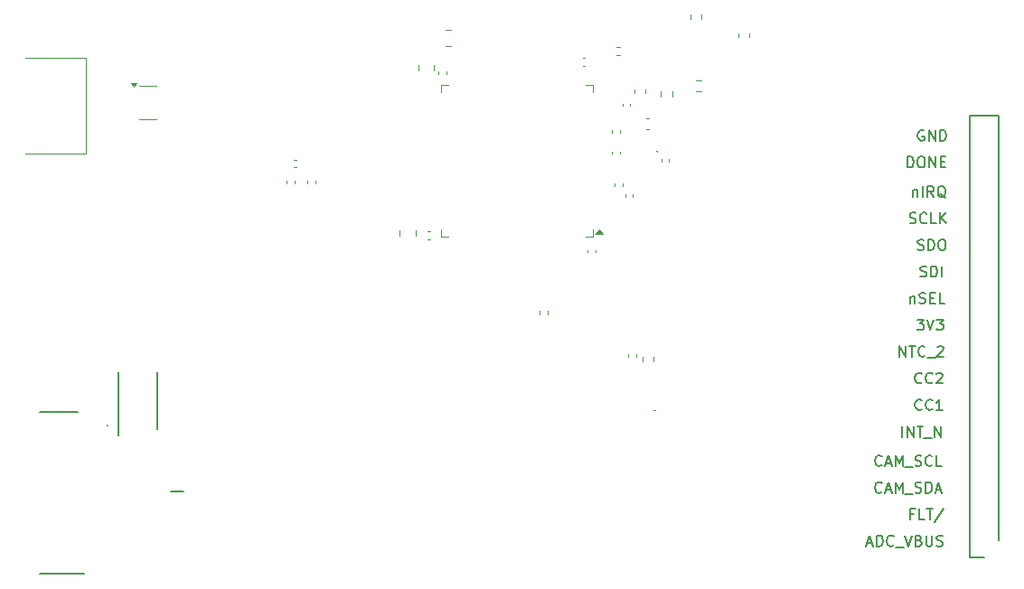
<source format=gbr>
%TF.GenerationSoftware,KiCad,Pcbnew,8.0.8*%
%TF.CreationDate,2025-03-28T17:24:47+01:00*%
%TF.ProjectId,mcu,6d63752e-6b69-4636-9164-5f7063625858,rev?*%
%TF.SameCoordinates,PX47868c0PY8583b00*%
%TF.FileFunction,Legend,Top*%
%TF.FilePolarity,Positive*%
%FSLAX46Y46*%
G04 Gerber Fmt 4.6, Leading zero omitted, Abs format (unit mm)*
G04 Created by KiCad (PCBNEW 8.0.8) date 2025-03-28 17:24:47*
%MOMM*%
%LPD*%
G01*
G04 APERTURE LIST*
%ADD10C,0.150000*%
%ADD11C,0.100000*%
%ADD12C,0.200000*%
%ADD13C,0.120000*%
G04 APERTURE END LIST*
D10*
X82836779Y35630181D02*
X82836779Y36630181D01*
X83312969Y35630181D02*
X83312969Y36630181D01*
X83312969Y36630181D02*
X83884397Y35630181D01*
X83884397Y35630181D02*
X83884397Y36630181D01*
X84217731Y36630181D02*
X84789159Y36630181D01*
X84503445Y35630181D02*
X84503445Y36630181D01*
X84884398Y35534943D02*
X85646302Y35534943D01*
X85884398Y35630181D02*
X85884398Y36630181D01*
X85884398Y36630181D02*
X86455826Y35630181D01*
X86455826Y35630181D02*
X86455826Y36630181D01*
X83539160Y55677800D02*
X83682017Y55630181D01*
X83682017Y55630181D02*
X83920112Y55630181D01*
X83920112Y55630181D02*
X84015350Y55677800D01*
X84015350Y55677800D02*
X84062969Y55725420D01*
X84062969Y55725420D02*
X84110588Y55820658D01*
X84110588Y55820658D02*
X84110588Y55915896D01*
X84110588Y55915896D02*
X84062969Y56011134D01*
X84062969Y56011134D02*
X84015350Y56058753D01*
X84015350Y56058753D02*
X83920112Y56106372D01*
X83920112Y56106372D02*
X83729636Y56153991D01*
X83729636Y56153991D02*
X83634398Y56201610D01*
X83634398Y56201610D02*
X83586779Y56249229D01*
X83586779Y56249229D02*
X83539160Y56344467D01*
X83539160Y56344467D02*
X83539160Y56439705D01*
X83539160Y56439705D02*
X83586779Y56534943D01*
X83586779Y56534943D02*
X83634398Y56582562D01*
X83634398Y56582562D02*
X83729636Y56630181D01*
X83729636Y56630181D02*
X83967731Y56630181D01*
X83967731Y56630181D02*
X84110588Y56582562D01*
X85110588Y55725420D02*
X85062969Y55677800D01*
X85062969Y55677800D02*
X84920112Y55630181D01*
X84920112Y55630181D02*
X84824874Y55630181D01*
X84824874Y55630181D02*
X84682017Y55677800D01*
X84682017Y55677800D02*
X84586779Y55773039D01*
X84586779Y55773039D02*
X84539160Y55868277D01*
X84539160Y55868277D02*
X84491541Y56058753D01*
X84491541Y56058753D02*
X84491541Y56201610D01*
X84491541Y56201610D02*
X84539160Y56392086D01*
X84539160Y56392086D02*
X84586779Y56487324D01*
X84586779Y56487324D02*
X84682017Y56582562D01*
X84682017Y56582562D02*
X84824874Y56630181D01*
X84824874Y56630181D02*
X84920112Y56630181D01*
X84920112Y56630181D02*
X85062969Y56582562D01*
X85062969Y56582562D02*
X85110588Y56534943D01*
X86015350Y55630181D02*
X85539160Y55630181D01*
X85539160Y55630181D02*
X85539160Y56630181D01*
X86348684Y55630181D02*
X86348684Y56630181D01*
X86920112Y55630181D02*
X86491541Y56201610D01*
X86920112Y56630181D02*
X86348684Y56058753D01*
X84658207Y38225420D02*
X84610588Y38177800D01*
X84610588Y38177800D02*
X84467731Y38130181D01*
X84467731Y38130181D02*
X84372493Y38130181D01*
X84372493Y38130181D02*
X84229636Y38177800D01*
X84229636Y38177800D02*
X84134398Y38273039D01*
X84134398Y38273039D02*
X84086779Y38368277D01*
X84086779Y38368277D02*
X84039160Y38558753D01*
X84039160Y38558753D02*
X84039160Y38701610D01*
X84039160Y38701610D02*
X84086779Y38892086D01*
X84086779Y38892086D02*
X84134398Y38987324D01*
X84134398Y38987324D02*
X84229636Y39082562D01*
X84229636Y39082562D02*
X84372493Y39130181D01*
X84372493Y39130181D02*
X84467731Y39130181D01*
X84467731Y39130181D02*
X84610588Y39082562D01*
X84610588Y39082562D02*
X84658207Y39034943D01*
X85658207Y38225420D02*
X85610588Y38177800D01*
X85610588Y38177800D02*
X85467731Y38130181D01*
X85467731Y38130181D02*
X85372493Y38130181D01*
X85372493Y38130181D02*
X85229636Y38177800D01*
X85229636Y38177800D02*
X85134398Y38273039D01*
X85134398Y38273039D02*
X85086779Y38368277D01*
X85086779Y38368277D02*
X85039160Y38558753D01*
X85039160Y38558753D02*
X85039160Y38701610D01*
X85039160Y38701610D02*
X85086779Y38892086D01*
X85086779Y38892086D02*
X85134398Y38987324D01*
X85134398Y38987324D02*
X85229636Y39082562D01*
X85229636Y39082562D02*
X85372493Y39130181D01*
X85372493Y39130181D02*
X85467731Y39130181D01*
X85467731Y39130181D02*
X85610588Y39082562D01*
X85610588Y39082562D02*
X85658207Y39034943D01*
X86610588Y38130181D02*
X86039160Y38130181D01*
X86324874Y38130181D02*
X86324874Y39130181D01*
X86324874Y39130181D02*
X86229636Y38987324D01*
X86229636Y38987324D02*
X86134398Y38892086D01*
X86134398Y38892086D02*
X86039160Y38844467D01*
X83336779Y60880181D02*
X83336779Y61880181D01*
X83336779Y61880181D02*
X83574874Y61880181D01*
X83574874Y61880181D02*
X83717731Y61832562D01*
X83717731Y61832562D02*
X83812969Y61737324D01*
X83812969Y61737324D02*
X83860588Y61642086D01*
X83860588Y61642086D02*
X83908207Y61451610D01*
X83908207Y61451610D02*
X83908207Y61308753D01*
X83908207Y61308753D02*
X83860588Y61118277D01*
X83860588Y61118277D02*
X83812969Y61023039D01*
X83812969Y61023039D02*
X83717731Y60927800D01*
X83717731Y60927800D02*
X83574874Y60880181D01*
X83574874Y60880181D02*
X83336779Y60880181D01*
X84527255Y61880181D02*
X84717731Y61880181D01*
X84717731Y61880181D02*
X84812969Y61832562D01*
X84812969Y61832562D02*
X84908207Y61737324D01*
X84908207Y61737324D02*
X84955826Y61546848D01*
X84955826Y61546848D02*
X84955826Y61213515D01*
X84955826Y61213515D02*
X84908207Y61023039D01*
X84908207Y61023039D02*
X84812969Y60927800D01*
X84812969Y60927800D02*
X84717731Y60880181D01*
X84717731Y60880181D02*
X84527255Y60880181D01*
X84527255Y60880181D02*
X84432017Y60927800D01*
X84432017Y60927800D02*
X84336779Y61023039D01*
X84336779Y61023039D02*
X84289160Y61213515D01*
X84289160Y61213515D02*
X84289160Y61546848D01*
X84289160Y61546848D02*
X84336779Y61737324D01*
X84336779Y61737324D02*
X84432017Y61832562D01*
X84432017Y61832562D02*
X84527255Y61880181D01*
X85384398Y60880181D02*
X85384398Y61880181D01*
X85384398Y61880181D02*
X85955826Y60880181D01*
X85955826Y60880181D02*
X85955826Y61880181D01*
X86432017Y61403991D02*
X86765350Y61403991D01*
X86908207Y60880181D02*
X86432017Y60880181D01*
X86432017Y60880181D02*
X86432017Y61880181D01*
X86432017Y61880181D02*
X86908207Y61880181D01*
X82586779Y43130181D02*
X82586779Y44130181D01*
X82586779Y44130181D02*
X83158207Y43130181D01*
X83158207Y43130181D02*
X83158207Y44130181D01*
X83491541Y44130181D02*
X84062969Y44130181D01*
X83777255Y43130181D02*
X83777255Y44130181D01*
X84967731Y43225420D02*
X84920112Y43177800D01*
X84920112Y43177800D02*
X84777255Y43130181D01*
X84777255Y43130181D02*
X84682017Y43130181D01*
X84682017Y43130181D02*
X84539160Y43177800D01*
X84539160Y43177800D02*
X84443922Y43273039D01*
X84443922Y43273039D02*
X84396303Y43368277D01*
X84396303Y43368277D02*
X84348684Y43558753D01*
X84348684Y43558753D02*
X84348684Y43701610D01*
X84348684Y43701610D02*
X84396303Y43892086D01*
X84396303Y43892086D02*
X84443922Y43987324D01*
X84443922Y43987324D02*
X84539160Y44082562D01*
X84539160Y44082562D02*
X84682017Y44130181D01*
X84682017Y44130181D02*
X84777255Y44130181D01*
X84777255Y44130181D02*
X84920112Y44082562D01*
X84920112Y44082562D02*
X84967731Y44034943D01*
X85158208Y43034943D02*
X85920112Y43034943D01*
X86110589Y44034943D02*
X86158208Y44082562D01*
X86158208Y44082562D02*
X86253446Y44130181D01*
X86253446Y44130181D02*
X86491541Y44130181D01*
X86491541Y44130181D02*
X86586779Y44082562D01*
X86586779Y44082562D02*
X86634398Y44034943D01*
X86634398Y44034943D02*
X86682017Y43939705D01*
X86682017Y43939705D02*
X86682017Y43844467D01*
X86682017Y43844467D02*
X86634398Y43701610D01*
X86634398Y43701610D02*
X86062970Y43130181D01*
X86062970Y43130181D02*
X86682017Y43130181D01*
X83836779Y58796848D02*
X83836779Y58130181D01*
X83836779Y58701610D02*
X83884398Y58749229D01*
X83884398Y58749229D02*
X83979636Y58796848D01*
X83979636Y58796848D02*
X84122493Y58796848D01*
X84122493Y58796848D02*
X84217731Y58749229D01*
X84217731Y58749229D02*
X84265350Y58653991D01*
X84265350Y58653991D02*
X84265350Y58130181D01*
X84741541Y58130181D02*
X84741541Y59130181D01*
X85789159Y58130181D02*
X85455826Y58606372D01*
X85217731Y58130181D02*
X85217731Y59130181D01*
X85217731Y59130181D02*
X85598683Y59130181D01*
X85598683Y59130181D02*
X85693921Y59082562D01*
X85693921Y59082562D02*
X85741540Y59034943D01*
X85741540Y59034943D02*
X85789159Y58939705D01*
X85789159Y58939705D02*
X85789159Y58796848D01*
X85789159Y58796848D02*
X85741540Y58701610D01*
X85741540Y58701610D02*
X85693921Y58653991D01*
X85693921Y58653991D02*
X85598683Y58606372D01*
X85598683Y58606372D02*
X85217731Y58606372D01*
X86884397Y58034943D02*
X86789159Y58082562D01*
X86789159Y58082562D02*
X86693921Y58177800D01*
X86693921Y58177800D02*
X86551064Y58320658D01*
X86551064Y58320658D02*
X86455826Y58368277D01*
X86455826Y58368277D02*
X86360588Y58368277D01*
X86408207Y58130181D02*
X86312969Y58177800D01*
X86312969Y58177800D02*
X86217731Y58273039D01*
X86217731Y58273039D02*
X86170112Y58463515D01*
X86170112Y58463515D02*
X86170112Y58796848D01*
X86170112Y58796848D02*
X86217731Y58987324D01*
X86217731Y58987324D02*
X86312969Y59082562D01*
X86312969Y59082562D02*
X86408207Y59130181D01*
X86408207Y59130181D02*
X86598683Y59130181D01*
X86598683Y59130181D02*
X86693921Y59082562D01*
X86693921Y59082562D02*
X86789159Y58987324D01*
X86789159Y58987324D02*
X86836778Y58796848D01*
X86836778Y58796848D02*
X86836778Y58463515D01*
X86836778Y58463515D02*
X86789159Y58273039D01*
X86789159Y58273039D02*
X86693921Y58177800D01*
X86693921Y58177800D02*
X86598683Y58130181D01*
X86598683Y58130181D02*
X86408207Y58130181D01*
X84658207Y40725420D02*
X84610588Y40677800D01*
X84610588Y40677800D02*
X84467731Y40630181D01*
X84467731Y40630181D02*
X84372493Y40630181D01*
X84372493Y40630181D02*
X84229636Y40677800D01*
X84229636Y40677800D02*
X84134398Y40773039D01*
X84134398Y40773039D02*
X84086779Y40868277D01*
X84086779Y40868277D02*
X84039160Y41058753D01*
X84039160Y41058753D02*
X84039160Y41201610D01*
X84039160Y41201610D02*
X84086779Y41392086D01*
X84086779Y41392086D02*
X84134398Y41487324D01*
X84134398Y41487324D02*
X84229636Y41582562D01*
X84229636Y41582562D02*
X84372493Y41630181D01*
X84372493Y41630181D02*
X84467731Y41630181D01*
X84467731Y41630181D02*
X84610588Y41582562D01*
X84610588Y41582562D02*
X84658207Y41534943D01*
X85658207Y40725420D02*
X85610588Y40677800D01*
X85610588Y40677800D02*
X85467731Y40630181D01*
X85467731Y40630181D02*
X85372493Y40630181D01*
X85372493Y40630181D02*
X85229636Y40677800D01*
X85229636Y40677800D02*
X85134398Y40773039D01*
X85134398Y40773039D02*
X85086779Y40868277D01*
X85086779Y40868277D02*
X85039160Y41058753D01*
X85039160Y41058753D02*
X85039160Y41201610D01*
X85039160Y41201610D02*
X85086779Y41392086D01*
X85086779Y41392086D02*
X85134398Y41487324D01*
X85134398Y41487324D02*
X85229636Y41582562D01*
X85229636Y41582562D02*
X85372493Y41630181D01*
X85372493Y41630181D02*
X85467731Y41630181D01*
X85467731Y41630181D02*
X85610588Y41582562D01*
X85610588Y41582562D02*
X85658207Y41534943D01*
X86039160Y41534943D02*
X86086779Y41582562D01*
X86086779Y41582562D02*
X86182017Y41630181D01*
X86182017Y41630181D02*
X86420112Y41630181D01*
X86420112Y41630181D02*
X86515350Y41582562D01*
X86515350Y41582562D02*
X86562969Y41534943D01*
X86562969Y41534943D02*
X86610588Y41439705D01*
X86610588Y41439705D02*
X86610588Y41344467D01*
X86610588Y41344467D02*
X86562969Y41201610D01*
X86562969Y41201610D02*
X85991541Y40630181D01*
X85991541Y40630181D02*
X86610588Y40630181D01*
X80908207Y30475420D02*
X80860588Y30427800D01*
X80860588Y30427800D02*
X80717731Y30380181D01*
X80717731Y30380181D02*
X80622493Y30380181D01*
X80622493Y30380181D02*
X80479636Y30427800D01*
X80479636Y30427800D02*
X80384398Y30523039D01*
X80384398Y30523039D02*
X80336779Y30618277D01*
X80336779Y30618277D02*
X80289160Y30808753D01*
X80289160Y30808753D02*
X80289160Y30951610D01*
X80289160Y30951610D02*
X80336779Y31142086D01*
X80336779Y31142086D02*
X80384398Y31237324D01*
X80384398Y31237324D02*
X80479636Y31332562D01*
X80479636Y31332562D02*
X80622493Y31380181D01*
X80622493Y31380181D02*
X80717731Y31380181D01*
X80717731Y31380181D02*
X80860588Y31332562D01*
X80860588Y31332562D02*
X80908207Y31284943D01*
X81289160Y30665896D02*
X81765350Y30665896D01*
X81193922Y30380181D02*
X81527255Y31380181D01*
X81527255Y31380181D02*
X81860588Y30380181D01*
X82193922Y30380181D02*
X82193922Y31380181D01*
X82193922Y31380181D02*
X82527255Y30665896D01*
X82527255Y30665896D02*
X82860588Y31380181D01*
X82860588Y31380181D02*
X82860588Y30380181D01*
X83098684Y30284943D02*
X83860588Y30284943D01*
X84051065Y30427800D02*
X84193922Y30380181D01*
X84193922Y30380181D02*
X84432017Y30380181D01*
X84432017Y30380181D02*
X84527255Y30427800D01*
X84527255Y30427800D02*
X84574874Y30475420D01*
X84574874Y30475420D02*
X84622493Y30570658D01*
X84622493Y30570658D02*
X84622493Y30665896D01*
X84622493Y30665896D02*
X84574874Y30761134D01*
X84574874Y30761134D02*
X84527255Y30808753D01*
X84527255Y30808753D02*
X84432017Y30856372D01*
X84432017Y30856372D02*
X84241541Y30903991D01*
X84241541Y30903991D02*
X84146303Y30951610D01*
X84146303Y30951610D02*
X84098684Y30999229D01*
X84098684Y30999229D02*
X84051065Y31094467D01*
X84051065Y31094467D02*
X84051065Y31189705D01*
X84051065Y31189705D02*
X84098684Y31284943D01*
X84098684Y31284943D02*
X84146303Y31332562D01*
X84146303Y31332562D02*
X84241541Y31380181D01*
X84241541Y31380181D02*
X84479636Y31380181D01*
X84479636Y31380181D02*
X84622493Y31332562D01*
X85051065Y30380181D02*
X85051065Y31380181D01*
X85051065Y31380181D02*
X85289160Y31380181D01*
X85289160Y31380181D02*
X85432017Y31332562D01*
X85432017Y31332562D02*
X85527255Y31237324D01*
X85527255Y31237324D02*
X85574874Y31142086D01*
X85574874Y31142086D02*
X85622493Y30951610D01*
X85622493Y30951610D02*
X85622493Y30808753D01*
X85622493Y30808753D02*
X85574874Y30618277D01*
X85574874Y30618277D02*
X85527255Y30523039D01*
X85527255Y30523039D02*
X85432017Y30427800D01*
X85432017Y30427800D02*
X85289160Y30380181D01*
X85289160Y30380181D02*
X85051065Y30380181D01*
X86003446Y30665896D02*
X86479636Y30665896D01*
X85908208Y30380181D02*
X86241541Y31380181D01*
X86241541Y31380181D02*
X86574874Y30380181D01*
X79539160Y25665896D02*
X80015350Y25665896D01*
X79443922Y25380181D02*
X79777255Y26380181D01*
X79777255Y26380181D02*
X80110588Y25380181D01*
X80443922Y25380181D02*
X80443922Y26380181D01*
X80443922Y26380181D02*
X80682017Y26380181D01*
X80682017Y26380181D02*
X80824874Y26332562D01*
X80824874Y26332562D02*
X80920112Y26237324D01*
X80920112Y26237324D02*
X80967731Y26142086D01*
X80967731Y26142086D02*
X81015350Y25951610D01*
X81015350Y25951610D02*
X81015350Y25808753D01*
X81015350Y25808753D02*
X80967731Y25618277D01*
X80967731Y25618277D02*
X80920112Y25523039D01*
X80920112Y25523039D02*
X80824874Y25427800D01*
X80824874Y25427800D02*
X80682017Y25380181D01*
X80682017Y25380181D02*
X80443922Y25380181D01*
X82015350Y25475420D02*
X81967731Y25427800D01*
X81967731Y25427800D02*
X81824874Y25380181D01*
X81824874Y25380181D02*
X81729636Y25380181D01*
X81729636Y25380181D02*
X81586779Y25427800D01*
X81586779Y25427800D02*
X81491541Y25523039D01*
X81491541Y25523039D02*
X81443922Y25618277D01*
X81443922Y25618277D02*
X81396303Y25808753D01*
X81396303Y25808753D02*
X81396303Y25951610D01*
X81396303Y25951610D02*
X81443922Y26142086D01*
X81443922Y26142086D02*
X81491541Y26237324D01*
X81491541Y26237324D02*
X81586779Y26332562D01*
X81586779Y26332562D02*
X81729636Y26380181D01*
X81729636Y26380181D02*
X81824874Y26380181D01*
X81824874Y26380181D02*
X81967731Y26332562D01*
X81967731Y26332562D02*
X82015350Y26284943D01*
X82205827Y25284943D02*
X82967731Y25284943D01*
X83062970Y26380181D02*
X83396303Y25380181D01*
X83396303Y25380181D02*
X83729636Y26380181D01*
X84396303Y25903991D02*
X84539160Y25856372D01*
X84539160Y25856372D02*
X84586779Y25808753D01*
X84586779Y25808753D02*
X84634398Y25713515D01*
X84634398Y25713515D02*
X84634398Y25570658D01*
X84634398Y25570658D02*
X84586779Y25475420D01*
X84586779Y25475420D02*
X84539160Y25427800D01*
X84539160Y25427800D02*
X84443922Y25380181D01*
X84443922Y25380181D02*
X84062970Y25380181D01*
X84062970Y25380181D02*
X84062970Y26380181D01*
X84062970Y26380181D02*
X84396303Y26380181D01*
X84396303Y26380181D02*
X84491541Y26332562D01*
X84491541Y26332562D02*
X84539160Y26284943D01*
X84539160Y26284943D02*
X84586779Y26189705D01*
X84586779Y26189705D02*
X84586779Y26094467D01*
X84586779Y26094467D02*
X84539160Y25999229D01*
X84539160Y25999229D02*
X84491541Y25951610D01*
X84491541Y25951610D02*
X84396303Y25903991D01*
X84396303Y25903991D02*
X84062970Y25903991D01*
X85062970Y26380181D02*
X85062970Y25570658D01*
X85062970Y25570658D02*
X85110589Y25475420D01*
X85110589Y25475420D02*
X85158208Y25427800D01*
X85158208Y25427800D02*
X85253446Y25380181D01*
X85253446Y25380181D02*
X85443922Y25380181D01*
X85443922Y25380181D02*
X85539160Y25427800D01*
X85539160Y25427800D02*
X85586779Y25475420D01*
X85586779Y25475420D02*
X85634398Y25570658D01*
X85634398Y25570658D02*
X85634398Y26380181D01*
X86062970Y25427800D02*
X86205827Y25380181D01*
X86205827Y25380181D02*
X86443922Y25380181D01*
X86443922Y25380181D02*
X86539160Y25427800D01*
X86539160Y25427800D02*
X86586779Y25475420D01*
X86586779Y25475420D02*
X86634398Y25570658D01*
X86634398Y25570658D02*
X86634398Y25665896D01*
X86634398Y25665896D02*
X86586779Y25761134D01*
X86586779Y25761134D02*
X86539160Y25808753D01*
X86539160Y25808753D02*
X86443922Y25856372D01*
X86443922Y25856372D02*
X86253446Y25903991D01*
X86253446Y25903991D02*
X86158208Y25951610D01*
X86158208Y25951610D02*
X86110589Y25999229D01*
X86110589Y25999229D02*
X86062970Y26094467D01*
X86062970Y26094467D02*
X86062970Y26189705D01*
X86062970Y26189705D02*
X86110589Y26284943D01*
X86110589Y26284943D02*
X86158208Y26332562D01*
X86158208Y26332562D02*
X86253446Y26380181D01*
X86253446Y26380181D02*
X86491541Y26380181D01*
X86491541Y26380181D02*
X86634398Y26332562D01*
X84539160Y50677800D02*
X84682017Y50630181D01*
X84682017Y50630181D02*
X84920112Y50630181D01*
X84920112Y50630181D02*
X85015350Y50677800D01*
X85015350Y50677800D02*
X85062969Y50725420D01*
X85062969Y50725420D02*
X85110588Y50820658D01*
X85110588Y50820658D02*
X85110588Y50915896D01*
X85110588Y50915896D02*
X85062969Y51011134D01*
X85062969Y51011134D02*
X85015350Y51058753D01*
X85015350Y51058753D02*
X84920112Y51106372D01*
X84920112Y51106372D02*
X84729636Y51153991D01*
X84729636Y51153991D02*
X84634398Y51201610D01*
X84634398Y51201610D02*
X84586779Y51249229D01*
X84586779Y51249229D02*
X84539160Y51344467D01*
X84539160Y51344467D02*
X84539160Y51439705D01*
X84539160Y51439705D02*
X84586779Y51534943D01*
X84586779Y51534943D02*
X84634398Y51582562D01*
X84634398Y51582562D02*
X84729636Y51630181D01*
X84729636Y51630181D02*
X84967731Y51630181D01*
X84967731Y51630181D02*
X85110588Y51582562D01*
X85539160Y50630181D02*
X85539160Y51630181D01*
X85539160Y51630181D02*
X85777255Y51630181D01*
X85777255Y51630181D02*
X85920112Y51582562D01*
X85920112Y51582562D02*
X86015350Y51487324D01*
X86015350Y51487324D02*
X86062969Y51392086D01*
X86062969Y51392086D02*
X86110588Y51201610D01*
X86110588Y51201610D02*
X86110588Y51058753D01*
X86110588Y51058753D02*
X86062969Y50868277D01*
X86062969Y50868277D02*
X86015350Y50773039D01*
X86015350Y50773039D02*
X85920112Y50677800D01*
X85920112Y50677800D02*
X85777255Y50630181D01*
X85777255Y50630181D02*
X85539160Y50630181D01*
X86539160Y50630181D02*
X86539160Y51630181D01*
X84860588Y64332562D02*
X84765350Y64380181D01*
X84765350Y64380181D02*
X84622493Y64380181D01*
X84622493Y64380181D02*
X84479636Y64332562D01*
X84479636Y64332562D02*
X84384398Y64237324D01*
X84384398Y64237324D02*
X84336779Y64142086D01*
X84336779Y64142086D02*
X84289160Y63951610D01*
X84289160Y63951610D02*
X84289160Y63808753D01*
X84289160Y63808753D02*
X84336779Y63618277D01*
X84336779Y63618277D02*
X84384398Y63523039D01*
X84384398Y63523039D02*
X84479636Y63427800D01*
X84479636Y63427800D02*
X84622493Y63380181D01*
X84622493Y63380181D02*
X84717731Y63380181D01*
X84717731Y63380181D02*
X84860588Y63427800D01*
X84860588Y63427800D02*
X84908207Y63475420D01*
X84908207Y63475420D02*
X84908207Y63808753D01*
X84908207Y63808753D02*
X84717731Y63808753D01*
X85336779Y63380181D02*
X85336779Y64380181D01*
X85336779Y64380181D02*
X85908207Y63380181D01*
X85908207Y63380181D02*
X85908207Y64380181D01*
X86384398Y63380181D02*
X86384398Y64380181D01*
X86384398Y64380181D02*
X86622493Y64380181D01*
X86622493Y64380181D02*
X86765350Y64332562D01*
X86765350Y64332562D02*
X86860588Y64237324D01*
X86860588Y64237324D02*
X86908207Y64142086D01*
X86908207Y64142086D02*
X86955826Y63951610D01*
X86955826Y63951610D02*
X86955826Y63808753D01*
X86955826Y63808753D02*
X86908207Y63618277D01*
X86908207Y63618277D02*
X86860588Y63523039D01*
X86860588Y63523039D02*
X86765350Y63427800D01*
X86765350Y63427800D02*
X86622493Y63380181D01*
X86622493Y63380181D02*
X86384398Y63380181D01*
X84289160Y53177800D02*
X84432017Y53130181D01*
X84432017Y53130181D02*
X84670112Y53130181D01*
X84670112Y53130181D02*
X84765350Y53177800D01*
X84765350Y53177800D02*
X84812969Y53225420D01*
X84812969Y53225420D02*
X84860588Y53320658D01*
X84860588Y53320658D02*
X84860588Y53415896D01*
X84860588Y53415896D02*
X84812969Y53511134D01*
X84812969Y53511134D02*
X84765350Y53558753D01*
X84765350Y53558753D02*
X84670112Y53606372D01*
X84670112Y53606372D02*
X84479636Y53653991D01*
X84479636Y53653991D02*
X84384398Y53701610D01*
X84384398Y53701610D02*
X84336779Y53749229D01*
X84336779Y53749229D02*
X84289160Y53844467D01*
X84289160Y53844467D02*
X84289160Y53939705D01*
X84289160Y53939705D02*
X84336779Y54034943D01*
X84336779Y54034943D02*
X84384398Y54082562D01*
X84384398Y54082562D02*
X84479636Y54130181D01*
X84479636Y54130181D02*
X84717731Y54130181D01*
X84717731Y54130181D02*
X84860588Y54082562D01*
X85289160Y53130181D02*
X85289160Y54130181D01*
X85289160Y54130181D02*
X85527255Y54130181D01*
X85527255Y54130181D02*
X85670112Y54082562D01*
X85670112Y54082562D02*
X85765350Y53987324D01*
X85765350Y53987324D02*
X85812969Y53892086D01*
X85812969Y53892086D02*
X85860588Y53701610D01*
X85860588Y53701610D02*
X85860588Y53558753D01*
X85860588Y53558753D02*
X85812969Y53368277D01*
X85812969Y53368277D02*
X85765350Y53273039D01*
X85765350Y53273039D02*
X85670112Y53177800D01*
X85670112Y53177800D02*
X85527255Y53130181D01*
X85527255Y53130181D02*
X85289160Y53130181D01*
X86479636Y54130181D02*
X86670112Y54130181D01*
X86670112Y54130181D02*
X86765350Y54082562D01*
X86765350Y54082562D02*
X86860588Y53987324D01*
X86860588Y53987324D02*
X86908207Y53796848D01*
X86908207Y53796848D02*
X86908207Y53463515D01*
X86908207Y53463515D02*
X86860588Y53273039D01*
X86860588Y53273039D02*
X86765350Y53177800D01*
X86765350Y53177800D02*
X86670112Y53130181D01*
X86670112Y53130181D02*
X86479636Y53130181D01*
X86479636Y53130181D02*
X86384398Y53177800D01*
X86384398Y53177800D02*
X86289160Y53273039D01*
X86289160Y53273039D02*
X86241541Y53463515D01*
X86241541Y53463515D02*
X86241541Y53796848D01*
X86241541Y53796848D02*
X86289160Y53987324D01*
X86289160Y53987324D02*
X86384398Y54082562D01*
X86384398Y54082562D02*
X86479636Y54130181D01*
X83586779Y48796848D02*
X83586779Y48130181D01*
X83586779Y48701610D02*
X83634398Y48749229D01*
X83634398Y48749229D02*
X83729636Y48796848D01*
X83729636Y48796848D02*
X83872493Y48796848D01*
X83872493Y48796848D02*
X83967731Y48749229D01*
X83967731Y48749229D02*
X84015350Y48653991D01*
X84015350Y48653991D02*
X84015350Y48130181D01*
X84443922Y48177800D02*
X84586779Y48130181D01*
X84586779Y48130181D02*
X84824874Y48130181D01*
X84824874Y48130181D02*
X84920112Y48177800D01*
X84920112Y48177800D02*
X84967731Y48225420D01*
X84967731Y48225420D02*
X85015350Y48320658D01*
X85015350Y48320658D02*
X85015350Y48415896D01*
X85015350Y48415896D02*
X84967731Y48511134D01*
X84967731Y48511134D02*
X84920112Y48558753D01*
X84920112Y48558753D02*
X84824874Y48606372D01*
X84824874Y48606372D02*
X84634398Y48653991D01*
X84634398Y48653991D02*
X84539160Y48701610D01*
X84539160Y48701610D02*
X84491541Y48749229D01*
X84491541Y48749229D02*
X84443922Y48844467D01*
X84443922Y48844467D02*
X84443922Y48939705D01*
X84443922Y48939705D02*
X84491541Y49034943D01*
X84491541Y49034943D02*
X84539160Y49082562D01*
X84539160Y49082562D02*
X84634398Y49130181D01*
X84634398Y49130181D02*
X84872493Y49130181D01*
X84872493Y49130181D02*
X85015350Y49082562D01*
X85443922Y48653991D02*
X85777255Y48653991D01*
X85920112Y48130181D02*
X85443922Y48130181D01*
X85443922Y48130181D02*
X85443922Y49130181D01*
X85443922Y49130181D02*
X85920112Y49130181D01*
X86824874Y48130181D02*
X86348684Y48130181D01*
X86348684Y48130181D02*
X86348684Y49130181D01*
X80908207Y32975420D02*
X80860588Y32927800D01*
X80860588Y32927800D02*
X80717731Y32880181D01*
X80717731Y32880181D02*
X80622493Y32880181D01*
X80622493Y32880181D02*
X80479636Y32927800D01*
X80479636Y32927800D02*
X80384398Y33023039D01*
X80384398Y33023039D02*
X80336779Y33118277D01*
X80336779Y33118277D02*
X80289160Y33308753D01*
X80289160Y33308753D02*
X80289160Y33451610D01*
X80289160Y33451610D02*
X80336779Y33642086D01*
X80336779Y33642086D02*
X80384398Y33737324D01*
X80384398Y33737324D02*
X80479636Y33832562D01*
X80479636Y33832562D02*
X80622493Y33880181D01*
X80622493Y33880181D02*
X80717731Y33880181D01*
X80717731Y33880181D02*
X80860588Y33832562D01*
X80860588Y33832562D02*
X80908207Y33784943D01*
X81289160Y33165896D02*
X81765350Y33165896D01*
X81193922Y32880181D02*
X81527255Y33880181D01*
X81527255Y33880181D02*
X81860588Y32880181D01*
X82193922Y32880181D02*
X82193922Y33880181D01*
X82193922Y33880181D02*
X82527255Y33165896D01*
X82527255Y33165896D02*
X82860588Y33880181D01*
X82860588Y33880181D02*
X82860588Y32880181D01*
X83098684Y32784943D02*
X83860588Y32784943D01*
X84051065Y32927800D02*
X84193922Y32880181D01*
X84193922Y32880181D02*
X84432017Y32880181D01*
X84432017Y32880181D02*
X84527255Y32927800D01*
X84527255Y32927800D02*
X84574874Y32975420D01*
X84574874Y32975420D02*
X84622493Y33070658D01*
X84622493Y33070658D02*
X84622493Y33165896D01*
X84622493Y33165896D02*
X84574874Y33261134D01*
X84574874Y33261134D02*
X84527255Y33308753D01*
X84527255Y33308753D02*
X84432017Y33356372D01*
X84432017Y33356372D02*
X84241541Y33403991D01*
X84241541Y33403991D02*
X84146303Y33451610D01*
X84146303Y33451610D02*
X84098684Y33499229D01*
X84098684Y33499229D02*
X84051065Y33594467D01*
X84051065Y33594467D02*
X84051065Y33689705D01*
X84051065Y33689705D02*
X84098684Y33784943D01*
X84098684Y33784943D02*
X84146303Y33832562D01*
X84146303Y33832562D02*
X84241541Y33880181D01*
X84241541Y33880181D02*
X84479636Y33880181D01*
X84479636Y33880181D02*
X84622493Y33832562D01*
X85622493Y32975420D02*
X85574874Y32927800D01*
X85574874Y32927800D02*
X85432017Y32880181D01*
X85432017Y32880181D02*
X85336779Y32880181D01*
X85336779Y32880181D02*
X85193922Y32927800D01*
X85193922Y32927800D02*
X85098684Y33023039D01*
X85098684Y33023039D02*
X85051065Y33118277D01*
X85051065Y33118277D02*
X85003446Y33308753D01*
X85003446Y33308753D02*
X85003446Y33451610D01*
X85003446Y33451610D02*
X85051065Y33642086D01*
X85051065Y33642086D02*
X85098684Y33737324D01*
X85098684Y33737324D02*
X85193922Y33832562D01*
X85193922Y33832562D02*
X85336779Y33880181D01*
X85336779Y33880181D02*
X85432017Y33880181D01*
X85432017Y33880181D02*
X85574874Y33832562D01*
X85574874Y33832562D02*
X85622493Y33784943D01*
X86527255Y32880181D02*
X86051065Y32880181D01*
X86051065Y32880181D02*
X86051065Y33880181D01*
X84241541Y46630181D02*
X84860588Y46630181D01*
X84860588Y46630181D02*
X84527255Y46249229D01*
X84527255Y46249229D02*
X84670112Y46249229D01*
X84670112Y46249229D02*
X84765350Y46201610D01*
X84765350Y46201610D02*
X84812969Y46153991D01*
X84812969Y46153991D02*
X84860588Y46058753D01*
X84860588Y46058753D02*
X84860588Y45820658D01*
X84860588Y45820658D02*
X84812969Y45725420D01*
X84812969Y45725420D02*
X84765350Y45677800D01*
X84765350Y45677800D02*
X84670112Y45630181D01*
X84670112Y45630181D02*
X84384398Y45630181D01*
X84384398Y45630181D02*
X84289160Y45677800D01*
X84289160Y45677800D02*
X84241541Y45725420D01*
X85146303Y46630181D02*
X85479636Y45630181D01*
X85479636Y45630181D02*
X85812969Y46630181D01*
X86051065Y46630181D02*
X86670112Y46630181D01*
X86670112Y46630181D02*
X86336779Y46249229D01*
X86336779Y46249229D02*
X86479636Y46249229D01*
X86479636Y46249229D02*
X86574874Y46201610D01*
X86574874Y46201610D02*
X86622493Y46153991D01*
X86622493Y46153991D02*
X86670112Y46058753D01*
X86670112Y46058753D02*
X86670112Y45820658D01*
X86670112Y45820658D02*
X86622493Y45725420D01*
X86622493Y45725420D02*
X86574874Y45677800D01*
X86574874Y45677800D02*
X86479636Y45630181D01*
X86479636Y45630181D02*
X86193922Y45630181D01*
X86193922Y45630181D02*
X86098684Y45677800D01*
X86098684Y45677800D02*
X86051065Y45725420D01*
X83920112Y28403991D02*
X83586779Y28403991D01*
X83586779Y27880181D02*
X83586779Y28880181D01*
X83586779Y28880181D02*
X84062969Y28880181D01*
X84920112Y27880181D02*
X84443922Y27880181D01*
X84443922Y27880181D02*
X84443922Y28880181D01*
X85110589Y28880181D02*
X85682017Y28880181D01*
X85396303Y27880181D02*
X85396303Y28880181D01*
X86729636Y28927800D02*
X85872494Y27642086D01*
D11*
%TO.C,Q5*%
X59600000Y38100000D02*
X59600000Y38100000D01*
X59700000Y38100000D02*
X59700000Y38100000D01*
X59600000Y38100000D02*
G75*
G02*
X59700000Y38100000I50000J0D01*
G01*
X59700000Y38100000D02*
G75*
G02*
X59600000Y38100000I-50000J0D01*
G01*
D12*
%TO.C,IC6*%
X15500000Y30500000D02*
X14300000Y30500000D01*
D11*
%TO.C,J3*%
X6400000Y71150000D02*
X650000Y71150000D01*
X6400000Y62150000D02*
X6400000Y71150000D01*
X650000Y62150000D02*
X6400000Y62150000D01*
D12*
%TO.C,J2*%
X2000000Y22780000D02*
X6200000Y22780000D01*
X5600000Y37920000D02*
X2000000Y37920000D01*
D11*
X8300000Y36700000D02*
X8300000Y36700000D01*
X8400000Y36700000D02*
X8400000Y36700000D01*
X8300000Y36700000D02*
G75*
G02*
X8400000Y36700000I50000J0D01*
G01*
X8400000Y36700000D02*
G75*
G02*
X8300000Y36700000I-50000J0D01*
G01*
D13*
%TO.C,R32*%
X63987258Y69022500D02*
X63512742Y69022500D01*
X63987258Y67977500D02*
X63512742Y67977500D01*
%TO.C,C43*%
X38607836Y54860000D02*
X38392164Y54860000D01*
X38607836Y54140000D02*
X38392164Y54140000D01*
%TO.C,R36*%
X62977500Y75237258D02*
X62977500Y74762742D01*
X64022500Y75237258D02*
X64022500Y74762742D01*
D12*
%TO.C,J1*%
X89150000Y65695000D02*
X89150000Y24305000D01*
X89150000Y24305000D02*
X90500000Y24305000D01*
X91850000Y65695000D02*
X89150000Y65695000D01*
X91850000Y25950000D02*
X91850000Y65695000D01*
D13*
%TO.C,C45*%
X40561252Y73735000D02*
X40038748Y73735000D01*
X40561252Y72265000D02*
X40038748Y72265000D01*
%TO.C,C41*%
X52892164Y71110000D02*
X53107836Y71110000D01*
X52892164Y70390000D02*
X53107836Y70390000D01*
%TO.C,R34*%
X48870000Y47096359D02*
X48870000Y47403641D01*
X49630000Y47096359D02*
X49630000Y47403641D01*
D11*
%TO.C,XTAL1*%
X59887500Y62437500D02*
X59887500Y62437500D01*
X59887500Y62337500D02*
X59887500Y62337500D01*
X59886500Y62437500D02*
G75*
G02*
X59887500Y62337500I500J-50000D01*
G01*
X59886500Y62337500D02*
G75*
G02*
X59887500Y62437500I500J50000D01*
G01*
D13*
%TO.C,C47*%
X57740000Y67884420D02*
X57740000Y68165580D01*
X58760000Y67884420D02*
X58760000Y68165580D01*
%TO.C,R21*%
X57120000Y43403641D02*
X57120000Y43096359D01*
X57880000Y43403641D02*
X57880000Y43096359D01*
%TO.C,C50*%
X55640000Y64357836D02*
X55640000Y64142164D01*
X56360000Y64357836D02*
X56360000Y64142164D01*
%TO.C,C46*%
X35765000Y55011252D02*
X35765000Y54488748D01*
X37235000Y55011252D02*
X37235000Y54488748D01*
%TO.C,R33*%
X60227500Y67512742D02*
X60227500Y67987258D01*
X61272500Y67512742D02*
X61272500Y67987258D01*
%TO.C,IC7*%
X12137500Y68510000D02*
X11337500Y68510000D01*
X12137500Y68510000D02*
X12937500Y68510000D01*
X12137500Y65390000D02*
X11337500Y65390000D01*
X12137500Y65390000D02*
X12937500Y65390000D01*
X10837500Y68460000D02*
X10597500Y68790000D01*
X11077500Y68790000D01*
X10837500Y68460000D01*
G36*
X10837500Y68460000D02*
G01*
X10597500Y68790000D01*
X11077500Y68790000D01*
X10837500Y68460000D01*
G37*
%TO.C,C48*%
X56640000Y66622164D02*
X56640000Y66837836D01*
X57360000Y66622164D02*
X57360000Y66837836D01*
%TO.C,R38*%
X27120000Y59356359D02*
X27120000Y59663641D01*
X27880000Y59356359D02*
X27880000Y59663641D01*
%TO.C,IC9*%
X39640000Y68610000D02*
X39640000Y67910000D01*
X39640000Y54390000D02*
X39640000Y55090000D01*
X40340000Y68610000D02*
X39640000Y68610000D01*
X40340000Y54390000D02*
X39640000Y54390000D01*
X53160000Y68610000D02*
X53860000Y68610000D01*
X53160000Y54390000D02*
X53860000Y54390000D01*
X53860000Y68610000D02*
X53860000Y67910000D01*
X53860000Y54390000D02*
X53860000Y55090000D01*
X54827500Y54620000D02*
X54147500Y54620000D01*
X54487500Y55090000D01*
X54827500Y54620000D01*
G36*
X54827500Y54620000D02*
G01*
X54147500Y54620000D01*
X54487500Y55090000D01*
X54827500Y54620000D01*
G37*
%TO.C,R35*%
X67490000Y73134420D02*
X67490000Y73415580D01*
X68510000Y73134420D02*
X68510000Y73415580D01*
%TO.C,C40*%
X55910000Y59357836D02*
X55910000Y59142164D01*
X56630000Y59357836D02*
X56630000Y59142164D01*
%TO.C,C49*%
X58859420Y65510000D02*
X59140580Y65510000D01*
X58859420Y64490000D02*
X59140580Y64490000D01*
%TO.C,C51*%
X55640000Y62142164D02*
X55640000Y62357836D01*
X56360000Y62142164D02*
X56360000Y62357836D01*
D12*
%TO.C,D5*%
X9438000Y41675000D02*
X9438000Y35725000D01*
X13062000Y36325000D02*
X13062000Y41675000D01*
D13*
%TO.C,C44*%
X53390000Y53127836D02*
X53390000Y52912164D01*
X54110000Y53127836D02*
X54110000Y52912164D01*
%TO.C,C16*%
X26087836Y61620000D02*
X25872164Y61620000D01*
X26087836Y60900000D02*
X25872164Y60900000D01*
%TO.C,C42*%
X39390000Y69642164D02*
X39390000Y69857836D01*
X40110000Y69642164D02*
X40110000Y69857836D01*
%TO.C,R39*%
X56096359Y72130000D02*
X56403641Y72130000D01*
X56096359Y71370000D02*
X56403641Y71370000D01*
%TO.C,R22*%
X58477500Y43162258D02*
X58477500Y42687742D01*
X59522500Y43162258D02*
X59522500Y42687742D01*
%TO.C,C38*%
X37515000Y69938748D02*
X37515000Y70461252D01*
X38985000Y69938748D02*
X38985000Y70461252D01*
%TO.C,C52*%
X60264000Y61418164D02*
X60264000Y61633836D01*
X60984000Y61418164D02*
X60984000Y61633836D01*
%TO.C,C39*%
X56890000Y58142164D02*
X56890000Y58357836D01*
X57610000Y58142164D02*
X57610000Y58357836D01*
%TO.C,R37*%
X25120000Y59663641D02*
X25120000Y59356359D01*
X25880000Y59663641D02*
X25880000Y59356359D01*
%TD*%
M02*

</source>
